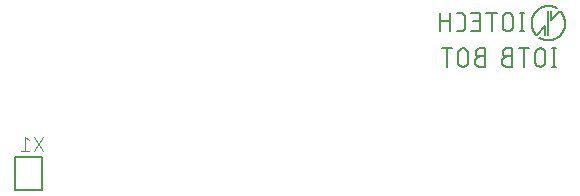
<source format=gbr>
G04 EAGLE Gerber RS-274X export*
G75*
%MOMM*%
%FSLAX34Y34*%
%LPD*%
%AMOC8*
5,1,8,0,0,1.08239X$1,22.5*%
G01*
%ADD10C,0.127000*%
%ADD11C,0.152400*%
%ADD12C,0.203200*%
%ADD13C,0.101600*%


D10*
X560143Y511129D02*
X560143Y495635D01*
X558422Y495635D02*
X561865Y495635D01*
X561865Y511129D02*
X558422Y511129D01*
X552555Y506825D02*
X552555Y499939D01*
X552555Y506825D02*
X552553Y506955D01*
X552547Y507085D01*
X552537Y507215D01*
X552524Y507344D01*
X552506Y507473D01*
X552485Y507601D01*
X552459Y507728D01*
X552430Y507855D01*
X552397Y507981D01*
X552360Y508105D01*
X552320Y508229D01*
X552275Y508351D01*
X552227Y508472D01*
X552176Y508591D01*
X552121Y508709D01*
X552062Y508825D01*
X552000Y508939D01*
X551934Y509052D01*
X551865Y509162D01*
X551793Y509270D01*
X551718Y509376D01*
X551639Y509479D01*
X551557Y509580D01*
X551473Y509679D01*
X551385Y509775D01*
X551294Y509868D01*
X551201Y509959D01*
X551105Y510047D01*
X551006Y510131D01*
X550905Y510213D01*
X550802Y510292D01*
X550696Y510367D01*
X550588Y510439D01*
X550478Y510508D01*
X550365Y510574D01*
X550251Y510636D01*
X550135Y510695D01*
X550017Y510750D01*
X549898Y510801D01*
X549777Y510849D01*
X549655Y510894D01*
X549531Y510934D01*
X549407Y510971D01*
X549281Y511004D01*
X549154Y511033D01*
X549027Y511059D01*
X548899Y511080D01*
X548770Y511098D01*
X548641Y511111D01*
X548511Y511121D01*
X548381Y511127D01*
X548251Y511129D01*
X548121Y511127D01*
X547991Y511121D01*
X547861Y511111D01*
X547732Y511098D01*
X547603Y511080D01*
X547475Y511059D01*
X547348Y511033D01*
X547221Y511004D01*
X547095Y510971D01*
X546971Y510934D01*
X546847Y510894D01*
X546725Y510849D01*
X546604Y510801D01*
X546485Y510750D01*
X546367Y510695D01*
X546251Y510636D01*
X546137Y510574D01*
X546024Y510508D01*
X545914Y510439D01*
X545806Y510367D01*
X545700Y510292D01*
X545597Y510213D01*
X545496Y510131D01*
X545397Y510047D01*
X545301Y509959D01*
X545208Y509868D01*
X545117Y509775D01*
X545029Y509679D01*
X544945Y509580D01*
X544863Y509479D01*
X544784Y509376D01*
X544709Y509270D01*
X544637Y509162D01*
X544568Y509052D01*
X544502Y508939D01*
X544440Y508825D01*
X544381Y508709D01*
X544326Y508591D01*
X544275Y508472D01*
X544227Y508351D01*
X544182Y508229D01*
X544142Y508105D01*
X544105Y507981D01*
X544072Y507855D01*
X544043Y507728D01*
X544017Y507601D01*
X543996Y507473D01*
X543978Y507344D01*
X543965Y507215D01*
X543955Y507085D01*
X543949Y506955D01*
X543947Y506825D01*
X543947Y499939D01*
X543949Y499809D01*
X543955Y499679D01*
X543965Y499549D01*
X543978Y499420D01*
X543996Y499291D01*
X544017Y499163D01*
X544043Y499036D01*
X544072Y498909D01*
X544105Y498783D01*
X544142Y498659D01*
X544182Y498535D01*
X544227Y498413D01*
X544275Y498292D01*
X544326Y498173D01*
X544381Y498055D01*
X544440Y497939D01*
X544502Y497825D01*
X544568Y497712D01*
X544637Y497602D01*
X544709Y497494D01*
X544784Y497388D01*
X544863Y497285D01*
X544945Y497184D01*
X545029Y497085D01*
X545117Y496989D01*
X545208Y496896D01*
X545301Y496805D01*
X545397Y496717D01*
X545496Y496633D01*
X545597Y496551D01*
X545700Y496472D01*
X545806Y496397D01*
X545914Y496325D01*
X546024Y496256D01*
X546137Y496190D01*
X546251Y496128D01*
X546367Y496069D01*
X546485Y496014D01*
X546604Y495963D01*
X546725Y495915D01*
X546847Y495870D01*
X546971Y495830D01*
X547095Y495793D01*
X547221Y495760D01*
X547348Y495731D01*
X547475Y495705D01*
X547603Y495684D01*
X547732Y495666D01*
X547861Y495653D01*
X547991Y495643D01*
X548121Y495637D01*
X548251Y495635D01*
X548381Y495637D01*
X548511Y495643D01*
X548641Y495653D01*
X548770Y495666D01*
X548899Y495684D01*
X549027Y495705D01*
X549154Y495731D01*
X549281Y495760D01*
X549407Y495793D01*
X549531Y495830D01*
X549655Y495870D01*
X549777Y495915D01*
X549898Y495963D01*
X550017Y496014D01*
X550135Y496069D01*
X550251Y496128D01*
X550365Y496190D01*
X550478Y496256D01*
X550588Y496325D01*
X550696Y496397D01*
X550802Y496472D01*
X550905Y496551D01*
X551006Y496633D01*
X551105Y496717D01*
X551201Y496805D01*
X551294Y496896D01*
X551385Y496989D01*
X551473Y497085D01*
X551557Y497184D01*
X551639Y497285D01*
X551718Y497388D01*
X551793Y497494D01*
X551865Y497602D01*
X551934Y497712D01*
X552000Y497825D01*
X552062Y497939D01*
X552121Y498055D01*
X552176Y498173D01*
X552227Y498292D01*
X552275Y498413D01*
X552320Y498535D01*
X552360Y498659D01*
X552397Y498783D01*
X552430Y498909D01*
X552459Y499036D01*
X552485Y499163D01*
X552506Y499291D01*
X552524Y499420D01*
X552537Y499549D01*
X552547Y499679D01*
X552553Y499809D01*
X552555Y499939D01*
X534376Y495635D02*
X534376Y511129D01*
X538680Y511129D02*
X530072Y511129D01*
X524113Y504243D02*
X519809Y504243D01*
X519679Y504241D01*
X519549Y504235D01*
X519419Y504225D01*
X519290Y504212D01*
X519161Y504194D01*
X519033Y504173D01*
X518906Y504147D01*
X518779Y504118D01*
X518653Y504085D01*
X518529Y504048D01*
X518405Y504008D01*
X518283Y503963D01*
X518162Y503915D01*
X518043Y503864D01*
X517925Y503809D01*
X517809Y503750D01*
X517695Y503688D01*
X517582Y503622D01*
X517472Y503553D01*
X517364Y503481D01*
X517258Y503406D01*
X517155Y503327D01*
X517054Y503245D01*
X516955Y503161D01*
X516859Y503073D01*
X516766Y502982D01*
X516675Y502889D01*
X516587Y502793D01*
X516503Y502694D01*
X516421Y502593D01*
X516342Y502490D01*
X516267Y502384D01*
X516195Y502276D01*
X516126Y502166D01*
X516060Y502053D01*
X515998Y501939D01*
X515939Y501823D01*
X515884Y501705D01*
X515833Y501586D01*
X515785Y501465D01*
X515740Y501343D01*
X515700Y501219D01*
X515663Y501095D01*
X515630Y500969D01*
X515601Y500842D01*
X515575Y500715D01*
X515554Y500587D01*
X515536Y500458D01*
X515523Y500329D01*
X515513Y500199D01*
X515507Y500069D01*
X515505Y499939D01*
X515507Y499809D01*
X515513Y499679D01*
X515523Y499549D01*
X515536Y499420D01*
X515554Y499291D01*
X515575Y499163D01*
X515601Y499036D01*
X515630Y498909D01*
X515663Y498783D01*
X515700Y498659D01*
X515740Y498535D01*
X515785Y498413D01*
X515833Y498292D01*
X515884Y498173D01*
X515939Y498055D01*
X515998Y497939D01*
X516060Y497825D01*
X516126Y497712D01*
X516195Y497602D01*
X516267Y497494D01*
X516342Y497388D01*
X516421Y497285D01*
X516503Y497184D01*
X516587Y497085D01*
X516675Y496989D01*
X516766Y496896D01*
X516859Y496805D01*
X516955Y496717D01*
X517054Y496633D01*
X517155Y496551D01*
X517258Y496472D01*
X517364Y496397D01*
X517472Y496325D01*
X517582Y496256D01*
X517695Y496190D01*
X517809Y496128D01*
X517925Y496069D01*
X518043Y496014D01*
X518162Y495963D01*
X518283Y495915D01*
X518405Y495870D01*
X518529Y495830D01*
X518653Y495793D01*
X518779Y495760D01*
X518906Y495731D01*
X519033Y495705D01*
X519161Y495684D01*
X519290Y495666D01*
X519419Y495653D01*
X519549Y495643D01*
X519679Y495637D01*
X519809Y495635D01*
X524113Y495635D01*
X524113Y511129D01*
X519809Y511129D01*
X519693Y511127D01*
X519577Y511121D01*
X519461Y511111D01*
X519345Y511098D01*
X519230Y511080D01*
X519116Y511059D01*
X519002Y511033D01*
X518890Y511004D01*
X518778Y510971D01*
X518668Y510934D01*
X518559Y510894D01*
X518451Y510850D01*
X518345Y510802D01*
X518241Y510751D01*
X518138Y510696D01*
X518037Y510638D01*
X517939Y510577D01*
X517842Y510512D01*
X517748Y510444D01*
X517656Y510373D01*
X517566Y510298D01*
X517479Y510221D01*
X517395Y510141D01*
X517314Y510058D01*
X517235Y509972D01*
X517159Y509884D01*
X517086Y509793D01*
X517017Y509700D01*
X516950Y509605D01*
X516887Y509507D01*
X516827Y509408D01*
X516771Y509306D01*
X516718Y509202D01*
X516668Y509097D01*
X516623Y508990D01*
X516580Y508882D01*
X516542Y508772D01*
X516507Y508661D01*
X516476Y508549D01*
X516449Y508436D01*
X516425Y508322D01*
X516406Y508207D01*
X516390Y508092D01*
X516378Y507976D01*
X516370Y507860D01*
X516366Y507744D01*
X516366Y507628D01*
X516370Y507512D01*
X516378Y507396D01*
X516390Y507280D01*
X516406Y507165D01*
X516425Y507050D01*
X516449Y506936D01*
X516476Y506823D01*
X516507Y506711D01*
X516542Y506600D01*
X516580Y506490D01*
X516623Y506382D01*
X516668Y506275D01*
X516718Y506170D01*
X516771Y506066D01*
X516827Y505965D01*
X516887Y505865D01*
X516950Y505767D01*
X517017Y505672D01*
X517086Y505579D01*
X517159Y505488D01*
X517235Y505400D01*
X517314Y505314D01*
X517395Y505231D01*
X517479Y505151D01*
X517566Y505074D01*
X517656Y504999D01*
X517748Y504928D01*
X517842Y504860D01*
X517939Y504795D01*
X518037Y504734D01*
X518138Y504676D01*
X518241Y504621D01*
X518345Y504570D01*
X518451Y504522D01*
X518559Y504478D01*
X518668Y504438D01*
X518778Y504401D01*
X518890Y504368D01*
X519002Y504339D01*
X519116Y504313D01*
X519230Y504292D01*
X519345Y504274D01*
X519461Y504261D01*
X519577Y504251D01*
X519693Y504245D01*
X519809Y504243D01*
X501319Y504243D02*
X497015Y504243D01*
X496885Y504241D01*
X496755Y504235D01*
X496625Y504225D01*
X496496Y504212D01*
X496367Y504194D01*
X496239Y504173D01*
X496112Y504147D01*
X495985Y504118D01*
X495859Y504085D01*
X495735Y504048D01*
X495611Y504008D01*
X495489Y503963D01*
X495368Y503915D01*
X495249Y503864D01*
X495131Y503809D01*
X495015Y503750D01*
X494901Y503688D01*
X494788Y503622D01*
X494678Y503553D01*
X494570Y503481D01*
X494464Y503406D01*
X494361Y503327D01*
X494260Y503245D01*
X494161Y503161D01*
X494065Y503073D01*
X493972Y502982D01*
X493881Y502889D01*
X493793Y502793D01*
X493709Y502694D01*
X493627Y502593D01*
X493548Y502490D01*
X493473Y502384D01*
X493401Y502276D01*
X493332Y502166D01*
X493266Y502053D01*
X493204Y501939D01*
X493145Y501823D01*
X493090Y501705D01*
X493039Y501586D01*
X492991Y501465D01*
X492946Y501343D01*
X492906Y501219D01*
X492869Y501095D01*
X492836Y500969D01*
X492807Y500842D01*
X492781Y500715D01*
X492760Y500587D01*
X492742Y500458D01*
X492729Y500329D01*
X492719Y500199D01*
X492713Y500069D01*
X492711Y499939D01*
X492713Y499809D01*
X492719Y499679D01*
X492729Y499549D01*
X492742Y499420D01*
X492760Y499291D01*
X492781Y499163D01*
X492807Y499036D01*
X492836Y498909D01*
X492869Y498783D01*
X492906Y498659D01*
X492946Y498535D01*
X492991Y498413D01*
X493039Y498292D01*
X493090Y498173D01*
X493145Y498055D01*
X493204Y497939D01*
X493266Y497825D01*
X493332Y497712D01*
X493401Y497602D01*
X493473Y497494D01*
X493548Y497388D01*
X493627Y497285D01*
X493709Y497184D01*
X493793Y497085D01*
X493881Y496989D01*
X493972Y496896D01*
X494065Y496805D01*
X494161Y496717D01*
X494260Y496633D01*
X494361Y496551D01*
X494464Y496472D01*
X494570Y496397D01*
X494678Y496325D01*
X494788Y496256D01*
X494901Y496190D01*
X495015Y496128D01*
X495131Y496069D01*
X495249Y496014D01*
X495368Y495963D01*
X495489Y495915D01*
X495611Y495870D01*
X495735Y495830D01*
X495859Y495793D01*
X495985Y495760D01*
X496112Y495731D01*
X496239Y495705D01*
X496367Y495684D01*
X496496Y495666D01*
X496625Y495653D01*
X496755Y495643D01*
X496885Y495637D01*
X497015Y495635D01*
X501319Y495635D01*
X501319Y511129D01*
X497015Y511129D01*
X496899Y511127D01*
X496783Y511121D01*
X496667Y511111D01*
X496551Y511098D01*
X496436Y511080D01*
X496322Y511059D01*
X496208Y511033D01*
X496096Y511004D01*
X495984Y510971D01*
X495874Y510934D01*
X495765Y510894D01*
X495657Y510850D01*
X495551Y510802D01*
X495447Y510751D01*
X495344Y510696D01*
X495243Y510638D01*
X495145Y510577D01*
X495048Y510512D01*
X494954Y510444D01*
X494862Y510373D01*
X494772Y510298D01*
X494685Y510221D01*
X494601Y510141D01*
X494520Y510058D01*
X494441Y509972D01*
X494365Y509884D01*
X494292Y509793D01*
X494223Y509700D01*
X494156Y509605D01*
X494093Y509507D01*
X494033Y509408D01*
X493977Y509306D01*
X493924Y509202D01*
X493874Y509097D01*
X493829Y508990D01*
X493786Y508882D01*
X493748Y508772D01*
X493713Y508661D01*
X493682Y508549D01*
X493655Y508436D01*
X493631Y508322D01*
X493612Y508207D01*
X493596Y508092D01*
X493584Y507976D01*
X493576Y507860D01*
X493572Y507744D01*
X493572Y507628D01*
X493576Y507512D01*
X493584Y507396D01*
X493596Y507280D01*
X493612Y507165D01*
X493631Y507050D01*
X493655Y506936D01*
X493682Y506823D01*
X493713Y506711D01*
X493748Y506600D01*
X493786Y506490D01*
X493829Y506382D01*
X493874Y506275D01*
X493924Y506170D01*
X493977Y506066D01*
X494033Y505965D01*
X494093Y505865D01*
X494156Y505767D01*
X494223Y505672D01*
X494292Y505579D01*
X494365Y505488D01*
X494441Y505400D01*
X494520Y505314D01*
X494601Y505231D01*
X494685Y505151D01*
X494772Y505074D01*
X494862Y504999D01*
X494954Y504928D01*
X495048Y504860D01*
X495145Y504795D01*
X495243Y504734D01*
X495344Y504676D01*
X495447Y504621D01*
X495551Y504570D01*
X495657Y504522D01*
X495765Y504478D01*
X495874Y504438D01*
X495984Y504401D01*
X496096Y504368D01*
X496208Y504339D01*
X496322Y504313D01*
X496436Y504292D01*
X496551Y504274D01*
X496667Y504261D01*
X496783Y504251D01*
X496899Y504245D01*
X497015Y504243D01*
X487145Y506825D02*
X487145Y499939D01*
X487145Y506825D02*
X487143Y506955D01*
X487137Y507085D01*
X487127Y507215D01*
X487114Y507344D01*
X487096Y507473D01*
X487075Y507601D01*
X487049Y507728D01*
X487020Y507855D01*
X486987Y507981D01*
X486950Y508105D01*
X486910Y508229D01*
X486865Y508351D01*
X486817Y508472D01*
X486766Y508591D01*
X486711Y508709D01*
X486652Y508825D01*
X486590Y508939D01*
X486524Y509052D01*
X486455Y509162D01*
X486383Y509270D01*
X486308Y509376D01*
X486229Y509479D01*
X486147Y509580D01*
X486063Y509679D01*
X485975Y509775D01*
X485884Y509868D01*
X485791Y509959D01*
X485695Y510047D01*
X485596Y510131D01*
X485495Y510213D01*
X485392Y510292D01*
X485286Y510367D01*
X485178Y510439D01*
X485068Y510508D01*
X484955Y510574D01*
X484841Y510636D01*
X484725Y510695D01*
X484607Y510750D01*
X484488Y510801D01*
X484367Y510849D01*
X484245Y510894D01*
X484121Y510934D01*
X483997Y510971D01*
X483871Y511004D01*
X483744Y511033D01*
X483617Y511059D01*
X483489Y511080D01*
X483360Y511098D01*
X483231Y511111D01*
X483101Y511121D01*
X482971Y511127D01*
X482841Y511129D01*
X482711Y511127D01*
X482581Y511121D01*
X482451Y511111D01*
X482322Y511098D01*
X482193Y511080D01*
X482065Y511059D01*
X481938Y511033D01*
X481811Y511004D01*
X481685Y510971D01*
X481561Y510934D01*
X481437Y510894D01*
X481315Y510849D01*
X481194Y510801D01*
X481075Y510750D01*
X480957Y510695D01*
X480841Y510636D01*
X480727Y510574D01*
X480614Y510508D01*
X480504Y510439D01*
X480396Y510367D01*
X480290Y510292D01*
X480187Y510213D01*
X480086Y510131D01*
X479987Y510047D01*
X479891Y509959D01*
X479798Y509868D01*
X479707Y509775D01*
X479619Y509679D01*
X479535Y509580D01*
X479453Y509479D01*
X479374Y509376D01*
X479299Y509270D01*
X479227Y509162D01*
X479158Y509052D01*
X479092Y508939D01*
X479030Y508825D01*
X478971Y508709D01*
X478916Y508591D01*
X478865Y508472D01*
X478817Y508351D01*
X478772Y508229D01*
X478732Y508105D01*
X478695Y507981D01*
X478662Y507855D01*
X478633Y507728D01*
X478607Y507601D01*
X478586Y507473D01*
X478568Y507344D01*
X478555Y507215D01*
X478545Y507085D01*
X478539Y506955D01*
X478537Y506825D01*
X478538Y506825D02*
X478538Y499939D01*
X478537Y499939D02*
X478539Y499809D01*
X478545Y499679D01*
X478555Y499549D01*
X478568Y499420D01*
X478586Y499291D01*
X478607Y499163D01*
X478633Y499036D01*
X478662Y498909D01*
X478695Y498783D01*
X478732Y498659D01*
X478772Y498535D01*
X478817Y498413D01*
X478865Y498292D01*
X478916Y498173D01*
X478971Y498055D01*
X479030Y497939D01*
X479092Y497825D01*
X479158Y497712D01*
X479227Y497602D01*
X479299Y497494D01*
X479374Y497388D01*
X479453Y497285D01*
X479535Y497184D01*
X479619Y497085D01*
X479707Y496989D01*
X479798Y496896D01*
X479891Y496805D01*
X479987Y496717D01*
X480086Y496633D01*
X480187Y496551D01*
X480290Y496472D01*
X480396Y496397D01*
X480504Y496325D01*
X480614Y496256D01*
X480727Y496190D01*
X480841Y496128D01*
X480957Y496069D01*
X481075Y496014D01*
X481194Y495963D01*
X481315Y495915D01*
X481437Y495870D01*
X481561Y495830D01*
X481685Y495793D01*
X481811Y495760D01*
X481938Y495731D01*
X482065Y495705D01*
X482193Y495684D01*
X482322Y495666D01*
X482451Y495653D01*
X482581Y495643D01*
X482711Y495637D01*
X482841Y495635D01*
X482971Y495637D01*
X483101Y495643D01*
X483231Y495653D01*
X483360Y495666D01*
X483489Y495684D01*
X483617Y495705D01*
X483744Y495731D01*
X483871Y495760D01*
X483997Y495793D01*
X484121Y495830D01*
X484245Y495870D01*
X484367Y495915D01*
X484488Y495963D01*
X484607Y496014D01*
X484725Y496069D01*
X484841Y496128D01*
X484955Y496190D01*
X485068Y496256D01*
X485178Y496325D01*
X485286Y496397D01*
X485392Y496472D01*
X485495Y496551D01*
X485596Y496633D01*
X485695Y496717D01*
X485791Y496805D01*
X485884Y496896D01*
X485975Y496989D01*
X486063Y497085D01*
X486147Y497184D01*
X486229Y497285D01*
X486308Y497388D01*
X486383Y497494D01*
X486455Y497602D01*
X486524Y497712D01*
X486590Y497825D01*
X486652Y497939D01*
X486711Y498055D01*
X486766Y498173D01*
X486817Y498292D01*
X486865Y498413D01*
X486910Y498535D01*
X486950Y498659D01*
X486987Y498783D01*
X487020Y498909D01*
X487049Y499036D01*
X487075Y499163D01*
X487096Y499291D01*
X487114Y499420D01*
X487127Y499549D01*
X487137Y499679D01*
X487143Y499809D01*
X487145Y499939D01*
X468967Y495635D02*
X468967Y511129D01*
X473271Y511129D02*
X464663Y511129D01*
X532643Y525635D02*
X532643Y541129D01*
X534365Y525635D02*
X530922Y525635D01*
X530922Y541129D02*
X534365Y541129D01*
X525055Y536825D02*
X525055Y529939D01*
X525055Y536825D02*
X525053Y536955D01*
X525047Y537085D01*
X525037Y537215D01*
X525024Y537344D01*
X525006Y537473D01*
X524985Y537601D01*
X524959Y537728D01*
X524930Y537855D01*
X524897Y537981D01*
X524860Y538105D01*
X524820Y538229D01*
X524775Y538351D01*
X524727Y538472D01*
X524676Y538591D01*
X524621Y538709D01*
X524562Y538825D01*
X524500Y538939D01*
X524434Y539052D01*
X524365Y539162D01*
X524293Y539270D01*
X524218Y539376D01*
X524139Y539479D01*
X524057Y539580D01*
X523973Y539679D01*
X523885Y539775D01*
X523794Y539868D01*
X523701Y539959D01*
X523605Y540047D01*
X523506Y540131D01*
X523405Y540213D01*
X523302Y540292D01*
X523196Y540367D01*
X523088Y540439D01*
X522978Y540508D01*
X522865Y540574D01*
X522751Y540636D01*
X522635Y540695D01*
X522517Y540750D01*
X522398Y540801D01*
X522277Y540849D01*
X522155Y540894D01*
X522031Y540934D01*
X521907Y540971D01*
X521781Y541004D01*
X521654Y541033D01*
X521527Y541059D01*
X521399Y541080D01*
X521270Y541098D01*
X521141Y541111D01*
X521011Y541121D01*
X520881Y541127D01*
X520751Y541129D01*
X520621Y541127D01*
X520491Y541121D01*
X520361Y541111D01*
X520232Y541098D01*
X520103Y541080D01*
X519975Y541059D01*
X519848Y541033D01*
X519721Y541004D01*
X519595Y540971D01*
X519471Y540934D01*
X519347Y540894D01*
X519225Y540849D01*
X519104Y540801D01*
X518985Y540750D01*
X518867Y540695D01*
X518751Y540636D01*
X518637Y540574D01*
X518524Y540508D01*
X518414Y540439D01*
X518306Y540367D01*
X518200Y540292D01*
X518097Y540213D01*
X517996Y540131D01*
X517897Y540047D01*
X517801Y539959D01*
X517708Y539868D01*
X517617Y539775D01*
X517529Y539679D01*
X517445Y539580D01*
X517363Y539479D01*
X517284Y539376D01*
X517209Y539270D01*
X517137Y539162D01*
X517068Y539052D01*
X517002Y538939D01*
X516940Y538825D01*
X516881Y538709D01*
X516826Y538591D01*
X516775Y538472D01*
X516727Y538351D01*
X516682Y538229D01*
X516642Y538105D01*
X516605Y537981D01*
X516572Y537855D01*
X516543Y537728D01*
X516517Y537601D01*
X516496Y537473D01*
X516478Y537344D01*
X516465Y537215D01*
X516455Y537085D01*
X516449Y536955D01*
X516447Y536825D01*
X516447Y529939D01*
X516449Y529809D01*
X516455Y529679D01*
X516465Y529549D01*
X516478Y529420D01*
X516496Y529291D01*
X516517Y529163D01*
X516543Y529036D01*
X516572Y528909D01*
X516605Y528783D01*
X516642Y528659D01*
X516682Y528535D01*
X516727Y528413D01*
X516775Y528292D01*
X516826Y528173D01*
X516881Y528055D01*
X516940Y527939D01*
X517002Y527825D01*
X517068Y527712D01*
X517137Y527602D01*
X517209Y527494D01*
X517284Y527388D01*
X517363Y527285D01*
X517445Y527184D01*
X517529Y527085D01*
X517617Y526989D01*
X517708Y526896D01*
X517801Y526805D01*
X517897Y526717D01*
X517996Y526633D01*
X518097Y526551D01*
X518200Y526472D01*
X518306Y526397D01*
X518414Y526325D01*
X518524Y526256D01*
X518637Y526190D01*
X518751Y526128D01*
X518867Y526069D01*
X518985Y526014D01*
X519104Y525963D01*
X519225Y525915D01*
X519347Y525870D01*
X519471Y525830D01*
X519595Y525793D01*
X519721Y525760D01*
X519848Y525731D01*
X519975Y525705D01*
X520103Y525684D01*
X520232Y525666D01*
X520361Y525653D01*
X520491Y525643D01*
X520621Y525637D01*
X520751Y525635D01*
X520881Y525637D01*
X521011Y525643D01*
X521141Y525653D01*
X521270Y525666D01*
X521399Y525684D01*
X521527Y525705D01*
X521654Y525731D01*
X521781Y525760D01*
X521907Y525793D01*
X522031Y525830D01*
X522155Y525870D01*
X522277Y525915D01*
X522398Y525963D01*
X522517Y526014D01*
X522635Y526069D01*
X522751Y526128D01*
X522865Y526190D01*
X522978Y526256D01*
X523088Y526325D01*
X523196Y526397D01*
X523302Y526472D01*
X523405Y526551D01*
X523506Y526633D01*
X523605Y526717D01*
X523701Y526805D01*
X523794Y526896D01*
X523885Y526989D01*
X523973Y527085D01*
X524057Y527184D01*
X524139Y527285D01*
X524218Y527388D01*
X524293Y527494D01*
X524365Y527602D01*
X524434Y527712D01*
X524500Y527825D01*
X524562Y527939D01*
X524621Y528055D01*
X524676Y528173D01*
X524727Y528292D01*
X524775Y528413D01*
X524820Y528535D01*
X524860Y528659D01*
X524897Y528783D01*
X524930Y528909D01*
X524959Y529036D01*
X524985Y529163D01*
X525006Y529291D01*
X525024Y529420D01*
X525037Y529549D01*
X525047Y529679D01*
X525053Y529809D01*
X525055Y529939D01*
X506876Y525635D02*
X506876Y541129D01*
X511180Y541129D02*
X502572Y541129D01*
X496783Y525635D02*
X489896Y525635D01*
X496783Y525635D02*
X496783Y541129D01*
X489896Y541129D01*
X491618Y534243D02*
X496783Y534243D01*
X481016Y525635D02*
X477573Y525635D01*
X481016Y525635D02*
X481131Y525637D01*
X481246Y525643D01*
X481361Y525652D01*
X481475Y525666D01*
X481589Y525683D01*
X481702Y525704D01*
X481814Y525729D01*
X481926Y525757D01*
X482036Y525790D01*
X482145Y525826D01*
X482253Y525865D01*
X482360Y525908D01*
X482465Y525955D01*
X482569Y526005D01*
X482671Y526059D01*
X482771Y526116D01*
X482869Y526176D01*
X482965Y526239D01*
X483058Y526306D01*
X483150Y526376D01*
X483239Y526449D01*
X483326Y526525D01*
X483410Y526603D01*
X483491Y526684D01*
X483570Y526769D01*
X483645Y526855D01*
X483718Y526944D01*
X483788Y527036D01*
X483855Y527129D01*
X483918Y527225D01*
X483978Y527323D01*
X484035Y527423D01*
X484089Y527525D01*
X484139Y527629D01*
X484186Y527734D01*
X484229Y527841D01*
X484269Y527949D01*
X484304Y528058D01*
X484337Y528168D01*
X484365Y528280D01*
X484390Y528392D01*
X484411Y528505D01*
X484428Y528619D01*
X484442Y528733D01*
X484451Y528848D01*
X484457Y528963D01*
X484459Y529078D01*
X484459Y537686D01*
X484457Y537801D01*
X484451Y537916D01*
X484442Y538031D01*
X484428Y538145D01*
X484411Y538259D01*
X484390Y538372D01*
X484365Y538484D01*
X484337Y538596D01*
X484304Y538706D01*
X484269Y538815D01*
X484229Y538923D01*
X484186Y539030D01*
X484139Y539135D01*
X484089Y539239D01*
X484035Y539341D01*
X483978Y539441D01*
X483918Y539539D01*
X483855Y539635D01*
X483788Y539728D01*
X483718Y539820D01*
X483645Y539909D01*
X483570Y539995D01*
X483491Y540080D01*
X483410Y540161D01*
X483326Y540239D01*
X483239Y540315D01*
X483150Y540388D01*
X483058Y540458D01*
X482965Y540525D01*
X482869Y540588D01*
X482771Y540648D01*
X482671Y540705D01*
X482569Y540759D01*
X482465Y540809D01*
X482360Y540856D01*
X482253Y540899D01*
X482145Y540938D01*
X482036Y540974D01*
X481926Y541007D01*
X481814Y541035D01*
X481702Y541060D01*
X481589Y541081D01*
X481475Y541098D01*
X481361Y541112D01*
X481246Y541121D01*
X481131Y541127D01*
X481016Y541129D01*
X477573Y541129D01*
X471538Y541129D02*
X471538Y525635D01*
X471538Y534243D02*
X462930Y534243D01*
X462930Y541129D02*
X462930Y525635D01*
D11*
X557500Y535000D02*
X565000Y542500D01*
X552500Y530000D02*
X545000Y522500D01*
X557500Y535000D02*
X557500Y542500D01*
X552500Y530000D02*
X552500Y522500D01*
X555000Y522500D02*
X555000Y542500D01*
X562500Y545000D02*
X562198Y545176D01*
X561892Y545344D01*
X561581Y545505D01*
X561267Y545658D01*
X560949Y545803D01*
X560628Y545941D01*
X560303Y546071D01*
X559976Y546193D01*
X559645Y546306D01*
X559312Y546412D01*
X558976Y546510D01*
X558638Y546599D01*
X558298Y546680D01*
X557957Y546753D01*
X557613Y546818D01*
X557268Y546874D01*
X556922Y546921D01*
X556574Y546961D01*
X556226Y546991D01*
X555877Y547014D01*
X555528Y547028D01*
X555179Y547033D01*
X554829Y547030D01*
X554480Y547018D01*
X554131Y546998D01*
X553783Y546969D01*
X553435Y546932D01*
X553088Y546886D01*
X552743Y546832D01*
X552399Y546770D01*
X552057Y546699D01*
X551716Y546620D01*
X551378Y546533D01*
X551042Y546437D01*
X550708Y546334D01*
X550377Y546222D01*
X550048Y546102D01*
X549723Y545974D01*
X549401Y545839D01*
X549082Y545695D01*
X548767Y545544D01*
X548456Y545385D01*
X548148Y545219D01*
X547845Y545045D01*
X547546Y544864D01*
X547252Y544676D01*
X546962Y544480D01*
X546677Y544278D01*
X546397Y544068D01*
X546122Y543852D01*
X545853Y543630D01*
X545589Y543401D01*
X545331Y543165D01*
X545078Y542923D01*
X544832Y542675D01*
X544591Y542422D01*
X544357Y542162D01*
X544129Y541897D01*
X543908Y541626D01*
X543693Y541351D01*
X543486Y541070D01*
X543285Y540784D01*
X543091Y540493D01*
X542904Y540197D01*
X542725Y539897D01*
X542552Y539593D01*
X542388Y539285D01*
X542231Y538973D01*
X542081Y538657D01*
X541939Y538337D01*
X541805Y538014D01*
X541679Y537688D01*
X541561Y537359D01*
X541451Y537028D01*
X541349Y536693D01*
X541255Y536357D01*
X541170Y536018D01*
X541093Y535677D01*
X541024Y535334D01*
X540963Y534990D01*
X540911Y534644D01*
X540867Y534297D01*
X540832Y533950D01*
X540805Y533601D01*
X540787Y533252D01*
X540777Y532903D01*
X540775Y532553D01*
X540783Y532204D01*
X540798Y531855D01*
X540823Y531506D01*
X540855Y531158D01*
X540896Y530811D01*
X540946Y530465D01*
X541004Y530120D01*
X541070Y529777D01*
X541145Y529435D01*
X541228Y529096D01*
X541319Y528758D01*
X541418Y528423D01*
X541526Y528091D01*
X541641Y527761D01*
X541765Y527434D01*
X541896Y527110D01*
X542036Y526789D01*
X542183Y526472D01*
X542337Y526159D01*
X542500Y525849D01*
X542670Y525544D01*
X542847Y525243D01*
X543031Y524946D01*
X543223Y524653D01*
X543422Y524366D01*
X543627Y524083D01*
X543840Y523806D01*
X544059Y523533D01*
X544285Y523267D01*
X544517Y523005D01*
X544755Y522750D01*
X545000Y522500D01*
X547500Y520000D02*
X547802Y519824D01*
X548108Y519656D01*
X548419Y519495D01*
X548733Y519342D01*
X549051Y519197D01*
X549372Y519059D01*
X549697Y518929D01*
X550024Y518807D01*
X550355Y518694D01*
X550688Y518588D01*
X551024Y518490D01*
X551362Y518401D01*
X551702Y518320D01*
X552043Y518247D01*
X552387Y518182D01*
X552732Y518126D01*
X553078Y518079D01*
X553426Y518039D01*
X553774Y518009D01*
X554123Y517986D01*
X554472Y517972D01*
X554821Y517967D01*
X555171Y517970D01*
X555520Y517982D01*
X555869Y518002D01*
X556217Y518031D01*
X556565Y518068D01*
X556912Y518114D01*
X557257Y518168D01*
X557601Y518230D01*
X557943Y518301D01*
X558284Y518380D01*
X558622Y518467D01*
X558958Y518563D01*
X559292Y518666D01*
X559623Y518778D01*
X559952Y518898D01*
X560277Y519026D01*
X560599Y519161D01*
X560918Y519305D01*
X561233Y519456D01*
X561544Y519615D01*
X561852Y519781D01*
X562155Y519955D01*
X562454Y520136D01*
X562748Y520324D01*
X563038Y520520D01*
X563323Y520722D01*
X563603Y520932D01*
X563878Y521148D01*
X564147Y521370D01*
X564411Y521599D01*
X564669Y521835D01*
X564922Y522077D01*
X565168Y522325D01*
X565409Y522578D01*
X565643Y522838D01*
X565871Y523103D01*
X566092Y523374D01*
X566307Y523649D01*
X566514Y523930D01*
X566715Y524216D01*
X566909Y524507D01*
X567096Y524803D01*
X567275Y525103D01*
X567448Y525407D01*
X567612Y525715D01*
X567769Y526027D01*
X567919Y526343D01*
X568061Y526663D01*
X568195Y526986D01*
X568321Y527312D01*
X568439Y527641D01*
X568549Y527972D01*
X568651Y528307D01*
X568745Y528643D01*
X568830Y528982D01*
X568907Y529323D01*
X568976Y529666D01*
X569037Y530010D01*
X569089Y530356D01*
X569133Y530703D01*
X569168Y531050D01*
X569195Y531399D01*
X569213Y531748D01*
X569223Y532097D01*
X569225Y532447D01*
X569217Y532796D01*
X569202Y533145D01*
X569177Y533494D01*
X569145Y533842D01*
X569104Y534189D01*
X569054Y534535D01*
X568996Y534880D01*
X568930Y535223D01*
X568855Y535565D01*
X568772Y535904D01*
X568681Y536242D01*
X568582Y536577D01*
X568474Y536909D01*
X568359Y537239D01*
X568235Y537566D01*
X568104Y537890D01*
X567964Y538211D01*
X567817Y538528D01*
X567663Y538841D01*
X567500Y539151D01*
X567330Y539456D01*
X567153Y539757D01*
X566969Y540054D01*
X566777Y540347D01*
X566578Y540634D01*
X566373Y540917D01*
X566160Y541194D01*
X565941Y541467D01*
X565715Y541733D01*
X565483Y541995D01*
X565245Y542250D01*
X565000Y542500D01*
D12*
X103450Y418990D02*
X103450Y391010D01*
X126550Y391010D01*
X126550Y418990D01*
X103450Y418990D01*
D13*
X119403Y436242D02*
X127192Y424558D01*
X119403Y424558D02*
X127192Y436242D01*
X115113Y433646D02*
X111867Y436242D01*
X111867Y424558D01*
X108622Y424558D02*
X115113Y424558D01*
M02*

</source>
